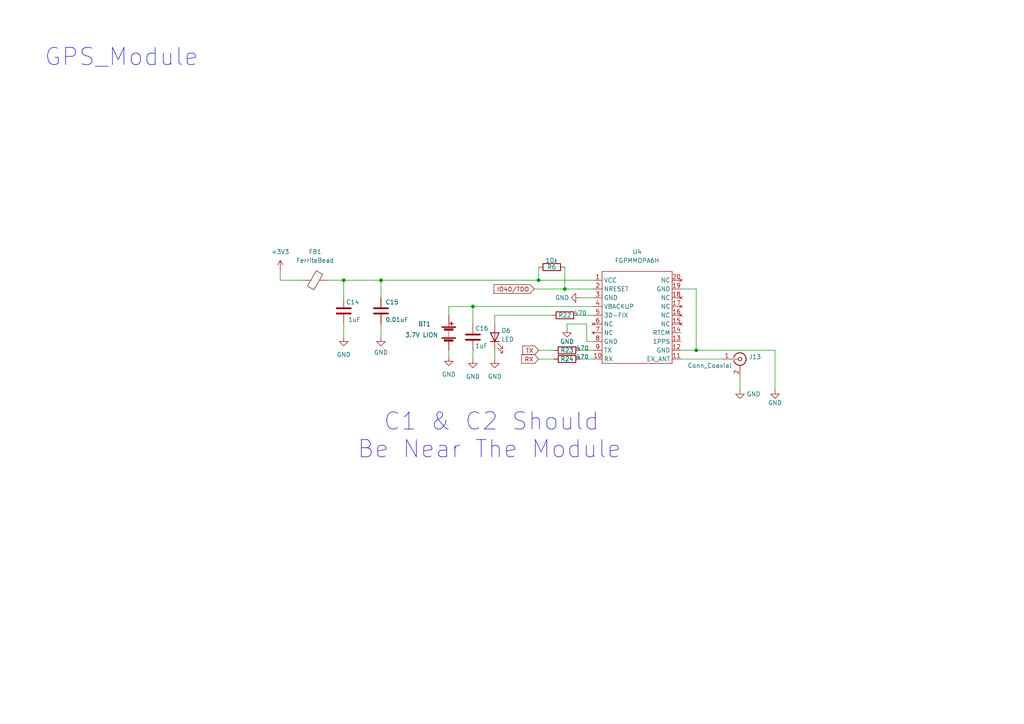
<source format=kicad_sch>
(kicad_sch (version 20230121) (generator eeschema)

  (uuid 617c98d8-420a-4382-a7ba-e4b4fbb08aa7)

  (paper "A4")

  (lib_symbols
    (symbol "Connector:Conn_Coaxial" (pin_names (offset 1.016) hide) (in_bom yes) (on_board yes)
      (property "Reference" "J" (at 0.254 3.048 0)
        (effects (font (size 1.27 1.27)))
      )
      (property "Value" "Conn_Coaxial" (at 2.921 0 90)
        (effects (font (size 1.27 1.27)))
      )
      (property "Footprint" "" (at 0 0 0)
        (effects (font (size 1.27 1.27)) hide)
      )
      (property "Datasheet" " ~" (at 0 0 0)
        (effects (font (size 1.27 1.27)) hide)
      )
      (property "ki_keywords" "BNC SMA SMB SMC LEMO coaxial connector CINCH RCA" (at 0 0 0)
        (effects (font (size 1.27 1.27)) hide)
      )
      (property "ki_description" "coaxial connector (BNC, SMA, SMB, SMC, Cinch/RCA, LEMO, ...)" (at 0 0 0)
        (effects (font (size 1.27 1.27)) hide)
      )
      (property "ki_fp_filters" "*BNC* *SMA* *SMB* *SMC* *Cinch* *LEMO*" (at 0 0 0)
        (effects (font (size 1.27 1.27)) hide)
      )
      (symbol "Conn_Coaxial_0_1"
        (arc (start -1.778 -0.508) (mid 0.222 -1.808) (end 1.778 0)
          (stroke (width 0.254) (type default))
          (fill (type none))
        )
        (polyline
          (pts
            (xy -2.54 0)
            (xy -0.508 0)
          )
          (stroke (width 0) (type default))
          (fill (type none))
        )
        (polyline
          (pts
            (xy 0 -2.54)
            (xy 0 -1.778)
          )
          (stroke (width 0) (type default))
          (fill (type none))
        )
        (circle (center 0 0) (radius 0.508)
          (stroke (width 0.2032) (type default))
          (fill (type none))
        )
        (arc (start 1.778 0) (mid 0.222 1.8083) (end -1.778 0.508)
          (stroke (width 0.254) (type default))
          (fill (type none))
        )
      )
      (symbol "Conn_Coaxial_1_1"
        (pin passive line (at -5.08 0 0) (length 2.54)
          (name "In" (effects (font (size 1.27 1.27))))
          (number "1" (effects (font (size 1.27 1.27))))
        )
        (pin passive line (at 0 -5.08 90) (length 2.54)
          (name "Ext" (effects (font (size 1.27 1.27))))
          (number "2" (effects (font (size 1.27 1.27))))
        )
      )
    )
    (symbol "Device:Battery" (pin_numbers hide) (pin_names (offset 0) hide) (in_bom yes) (on_board yes)
      (property "Reference" "BT" (at 2.54 2.54 0)
        (effects (font (size 1.27 1.27)) (justify left))
      )
      (property "Value" "Battery" (at 2.54 0 0)
        (effects (font (size 1.27 1.27)) (justify left))
      )
      (property "Footprint" "" (at 0 1.524 90)
        (effects (font (size 1.27 1.27)) hide)
      )
      (property "Datasheet" "~" (at 0 1.524 90)
        (effects (font (size 1.27 1.27)) hide)
      )
      (property "ki_keywords" "batt voltage-source cell" (at 0 0 0)
        (effects (font (size 1.27 1.27)) hide)
      )
      (property "ki_description" "Multiple-cell battery" (at 0 0 0)
        (effects (font (size 1.27 1.27)) hide)
      )
      (symbol "Battery_0_1"
        (rectangle (start -2.032 -1.397) (end 2.032 -1.651)
          (stroke (width 0) (type default))
          (fill (type outline))
        )
        (rectangle (start -2.032 1.778) (end 2.032 1.524)
          (stroke (width 0) (type default))
          (fill (type outline))
        )
        (rectangle (start -1.3208 -1.9812) (end 1.27 -2.4892)
          (stroke (width 0) (type default))
          (fill (type outline))
        )
        (rectangle (start -1.3208 1.1938) (end 1.27 0.6858)
          (stroke (width 0) (type default))
          (fill (type outline))
        )
        (polyline
          (pts
            (xy 0 -1.524)
            (xy 0 -1.27)
          )
          (stroke (width 0) (type default))
          (fill (type none))
        )
        (polyline
          (pts
            (xy 0 -1.016)
            (xy 0 -0.762)
          )
          (stroke (width 0) (type default))
          (fill (type none))
        )
        (polyline
          (pts
            (xy 0 -0.508)
            (xy 0 -0.254)
          )
          (stroke (width 0) (type default))
          (fill (type none))
        )
        (polyline
          (pts
            (xy 0 0)
            (xy 0 0.254)
          )
          (stroke (width 0) (type default))
          (fill (type none))
        )
        (polyline
          (pts
            (xy 0 0.508)
            (xy 0 0.762)
          )
          (stroke (width 0) (type default))
          (fill (type none))
        )
        (polyline
          (pts
            (xy 0 1.778)
            (xy 0 2.54)
          )
          (stroke (width 0) (type default))
          (fill (type none))
        )
        (polyline
          (pts
            (xy 0.254 2.667)
            (xy 1.27 2.667)
          )
          (stroke (width 0.254) (type default))
          (fill (type none))
        )
        (polyline
          (pts
            (xy 0.762 3.175)
            (xy 0.762 2.159)
          )
          (stroke (width 0.254) (type default))
          (fill (type none))
        )
      )
      (symbol "Battery_1_1"
        (pin passive line (at 0 5.08 270) (length 2.54)
          (name "+" (effects (font (size 1.27 1.27))))
          (number "1" (effects (font (size 1.27 1.27))))
        )
        (pin passive line (at 0 -5.08 90) (length 2.54)
          (name "-" (effects (font (size 1.27 1.27))))
          (number "2" (effects (font (size 1.27 1.27))))
        )
      )
    )
    (symbol "Device:C" (pin_numbers hide) (pin_names (offset 0.254)) (in_bom yes) (on_board yes)
      (property "Reference" "C" (at 0.635 2.54 0)
        (effects (font (size 1.27 1.27)) (justify left))
      )
      (property "Value" "C" (at 0.635 -2.54 0)
        (effects (font (size 1.27 1.27)) (justify left))
      )
      (property "Footprint" "" (at 0.9652 -3.81 0)
        (effects (font (size 1.27 1.27)) hide)
      )
      (property "Datasheet" "~" (at 0 0 0)
        (effects (font (size 1.27 1.27)) hide)
      )
      (property "ki_keywords" "cap capacitor" (at 0 0 0)
        (effects (font (size 1.27 1.27)) hide)
      )
      (property "ki_description" "Unpolarized capacitor" (at 0 0 0)
        (effects (font (size 1.27 1.27)) hide)
      )
      (property "ki_fp_filters" "C_*" (at 0 0 0)
        (effects (font (size 1.27 1.27)) hide)
      )
      (symbol "C_0_1"
        (polyline
          (pts
            (xy -2.032 -0.762)
            (xy 2.032 -0.762)
          )
          (stroke (width 0.508) (type default))
          (fill (type none))
        )
        (polyline
          (pts
            (xy -2.032 0.762)
            (xy 2.032 0.762)
          )
          (stroke (width 0.508) (type default))
          (fill (type none))
        )
      )
      (symbol "C_1_1"
        (pin passive line (at 0 3.81 270) (length 2.794)
          (name "~" (effects (font (size 1.27 1.27))))
          (number "1" (effects (font (size 1.27 1.27))))
        )
        (pin passive line (at 0 -3.81 90) (length 2.794)
          (name "~" (effects (font (size 1.27 1.27))))
          (number "2" (effects (font (size 1.27 1.27))))
        )
      )
    )
    (symbol "Device:FerriteBead" (pin_numbers hide) (pin_names (offset 0)) (in_bom yes) (on_board yes)
      (property "Reference" "FB" (at -3.81 0.635 90)
        (effects (font (size 1.27 1.27)))
      )
      (property "Value" "FerriteBead" (at 3.81 0 90)
        (effects (font (size 1.27 1.27)))
      )
      (property "Footprint" "" (at -1.778 0 90)
        (effects (font (size 1.27 1.27)) hide)
      )
      (property "Datasheet" "~" (at 0 0 0)
        (effects (font (size 1.27 1.27)) hide)
      )
      (property "ki_keywords" "L ferrite bead inductor filter" (at 0 0 0)
        (effects (font (size 1.27 1.27)) hide)
      )
      (property "ki_description" "Ferrite bead" (at 0 0 0)
        (effects (font (size 1.27 1.27)) hide)
      )
      (property "ki_fp_filters" "Inductor_* L_* *Ferrite*" (at 0 0 0)
        (effects (font (size 1.27 1.27)) hide)
      )
      (symbol "FerriteBead_0_1"
        (polyline
          (pts
            (xy 0 -1.27)
            (xy 0 -1.2192)
          )
          (stroke (width 0) (type default))
          (fill (type none))
        )
        (polyline
          (pts
            (xy 0 1.27)
            (xy 0 1.2954)
          )
          (stroke (width 0) (type default))
          (fill (type none))
        )
        (polyline
          (pts
            (xy -2.7686 0.4064)
            (xy -1.7018 2.2606)
            (xy 2.7686 -0.3048)
            (xy 1.6764 -2.159)
            (xy -2.7686 0.4064)
          )
          (stroke (width 0) (type default))
          (fill (type none))
        )
      )
      (symbol "FerriteBead_1_1"
        (pin passive line (at 0 3.81 270) (length 2.54)
          (name "~" (effects (font (size 1.27 1.27))))
          (number "1" (effects (font (size 1.27 1.27))))
        )
        (pin passive line (at 0 -3.81 90) (length 2.54)
          (name "~" (effects (font (size 1.27 1.27))))
          (number "2" (effects (font (size 1.27 1.27))))
        )
      )
    )
    (symbol "Device:LED" (pin_numbers hide) (pin_names (offset 1.016) hide) (in_bom yes) (on_board yes)
      (property "Reference" "D" (at 0 2.54 0)
        (effects (font (size 1.27 1.27)))
      )
      (property "Value" "LED" (at 0 -2.54 0)
        (effects (font (size 1.27 1.27)))
      )
      (property "Footprint" "" (at 0 0 0)
        (effects (font (size 1.27 1.27)) hide)
      )
      (property "Datasheet" "~" (at 0 0 0)
        (effects (font (size 1.27 1.27)) hide)
      )
      (property "ki_keywords" "LED diode" (at 0 0 0)
        (effects (font (size 1.27 1.27)) hide)
      )
      (property "ki_description" "Light emitting diode" (at 0 0 0)
        (effects (font (size 1.27 1.27)) hide)
      )
      (property "ki_fp_filters" "LED* LED_SMD:* LED_THT:*" (at 0 0 0)
        (effects (font (size 1.27 1.27)) hide)
      )
      (symbol "LED_0_1"
        (polyline
          (pts
            (xy -1.27 -1.27)
            (xy -1.27 1.27)
          )
          (stroke (width 0.254) (type default))
          (fill (type none))
        )
        (polyline
          (pts
            (xy -1.27 0)
            (xy 1.27 0)
          )
          (stroke (width 0) (type default))
          (fill (type none))
        )
        (polyline
          (pts
            (xy 1.27 -1.27)
            (xy 1.27 1.27)
            (xy -1.27 0)
            (xy 1.27 -1.27)
          )
          (stroke (width 0.254) (type default))
          (fill (type none))
        )
        (polyline
          (pts
            (xy -3.048 -0.762)
            (xy -4.572 -2.286)
            (xy -3.81 -2.286)
            (xy -4.572 -2.286)
            (xy -4.572 -1.524)
          )
          (stroke (width 0) (type default))
          (fill (type none))
        )
        (polyline
          (pts
            (xy -1.778 -0.762)
            (xy -3.302 -2.286)
            (xy -2.54 -2.286)
            (xy -3.302 -2.286)
            (xy -3.302 -1.524)
          )
          (stroke (width 0) (type default))
          (fill (type none))
        )
      )
      (symbol "LED_1_1"
        (pin passive line (at -3.81 0 0) (length 2.54)
          (name "K" (effects (font (size 1.27 1.27))))
          (number "1" (effects (font (size 1.27 1.27))))
        )
        (pin passive line (at 3.81 0 180) (length 2.54)
          (name "A" (effects (font (size 1.27 1.27))))
          (number "2" (effects (font (size 1.27 1.27))))
        )
      )
    )
    (symbol "Device:R" (pin_numbers hide) (pin_names (offset 0)) (in_bom yes) (on_board yes)
      (property "Reference" "R" (at 2.032 0 90)
        (effects (font (size 1.27 1.27)))
      )
      (property "Value" "R" (at 0 0 90)
        (effects (font (size 1.27 1.27)))
      )
      (property "Footprint" "" (at -1.778 0 90)
        (effects (font (size 1.27 1.27)) hide)
      )
      (property "Datasheet" "~" (at 0 0 0)
        (effects (font (size 1.27 1.27)) hide)
      )
      (property "ki_keywords" "R res resistor" (at 0 0 0)
        (effects (font (size 1.27 1.27)) hide)
      )
      (property "ki_description" "Resistor" (at 0 0 0)
        (effects (font (size 1.27 1.27)) hide)
      )
      (property "ki_fp_filters" "R_*" (at 0 0 0)
        (effects (font (size 1.27 1.27)) hide)
      )
      (symbol "R_0_1"
        (rectangle (start -1.016 -2.54) (end 1.016 2.54)
          (stroke (width 0.254) (type default))
          (fill (type none))
        )
      )
      (symbol "R_1_1"
        (pin passive line (at 0 3.81 270) (length 1.27)
          (name "~" (effects (font (size 1.27 1.27))))
          (number "1" (effects (font (size 1.27 1.27))))
        )
        (pin passive line (at 0 -3.81 90) (length 1.27)
          (name "~" (effects (font (size 1.27 1.27))))
          (number "2" (effects (font (size 1.27 1.27))))
        )
      )
    )
    (symbol "Global:FGPMMOPA6H" (in_bom yes) (on_board yes)
      (property "Reference" "U4" (at 3.81 12.065 0)
        (effects (font (size 1.27 1.27)))
      )
      (property "Value" "FGPMMOPA6H" (at 3.81 9.525 0)
        (effects (font (size 1.27 1.27)))
      )
      (property "Footprint" "Exo_Bronco_Avionics_Footprints:FGPMMOPA6H" (at 0 0 0)
        (effects (font (size 1.27 1.27)) hide)
      )
      (property "Datasheet" "" (at 0 0 0)
        (effects (font (size 1.27 1.27)) hide)
      )
      (symbol "FGPMMOPA6H_0_1"
        (rectangle (start -6.35 6.35) (end 13.97 -20.32)
          (stroke (width 0) (type default))
          (fill (type none))
        )
      )
      (symbol "FGPMMOPA6H_1_1"
        (pin input line (at -8.89 3.81 0) (length 2.54)
          (name "VCC" (effects (font (size 1.27 1.27))))
          (number "1" (effects (font (size 1.27 1.27))))
        )
        (pin input line (at -8.89 -19.05 0) (length 2.54)
          (name "RX" (effects (font (size 1.27 1.27))))
          (number "10" (effects (font (size 1.27 1.27))))
        )
        (pin input line (at 16.51 -19.05 180) (length 2.54)
          (name "EX_ANT" (effects (font (size 1.27 1.27))))
          (number "11" (effects (font (size 1.27 1.27))))
        )
        (pin input line (at 16.51 -16.51 180) (length 2.54)
          (name "GND" (effects (font (size 1.27 1.27))))
          (number "12" (effects (font (size 1.27 1.27))))
        )
        (pin input line (at 16.51 -13.97 180) (length 2.54)
          (name "1PPS" (effects (font (size 1.27 1.27))))
          (number "13" (effects (font (size 1.27 1.27))))
        )
        (pin input line (at 16.51 -11.43 180) (length 2.54)
          (name "RTCM" (effects (font (size 1.27 1.27))))
          (number "14" (effects (font (size 1.27 1.27))))
        )
        (pin no_connect line (at 16.51 -8.89 180) (length 2.54)
          (name "NC" (effects (font (size 1.27 1.27))))
          (number "15" (effects (font (size 1.27 1.27))))
        )
        (pin no_connect line (at 16.51 -6.35 180) (length 2.54)
          (name "NC" (effects (font (size 1.27 1.27))))
          (number "16" (effects (font (size 1.27 1.27))))
        )
        (pin no_connect line (at 16.51 -3.81 180) (length 2.54)
          (name "NC" (effects (font (size 1.27 1.27))))
          (number "17" (effects (font (size 1.27 1.27))))
        )
        (pin no_connect line (at 16.51 -1.27 180) (length 2.54)
          (name "NC" (effects (font (size 1.27 1.27))))
          (number "18" (effects (font (size 1.27 1.27))))
        )
        (pin input line (at 16.51 1.27 180) (length 2.54)
          (name "GND" (effects (font (size 1.27 1.27))))
          (number "19" (effects (font (size 1.27 1.27))))
        )
        (pin input line (at -8.89 1.27 0) (length 2.54)
          (name "NRESET" (effects (font (size 1.27 1.27))))
          (number "2" (effects (font (size 1.27 1.27))))
        )
        (pin no_connect line (at 16.51 3.81 180) (length 2.54)
          (name "NC" (effects (font (size 1.27 1.27))))
          (number "20" (effects (font (size 1.27 1.27))))
        )
        (pin input line (at -8.89 -1.27 0) (length 2.54)
          (name "GND" (effects (font (size 1.27 1.27))))
          (number "3" (effects (font (size 1.27 1.27))))
        )
        (pin input line (at -8.89 -3.81 0) (length 2.54)
          (name "VBACKUP" (effects (font (size 1.27 1.27))))
          (number "4" (effects (font (size 1.27 1.27))))
        )
        (pin input line (at -8.89 -6.35 0) (length 2.54)
          (name "3D-FIX" (effects (font (size 1.27 1.27))))
          (number "5" (effects (font (size 1.27 1.27))))
        )
        (pin no_connect line (at -8.89 -8.89 0) (length 2.54)
          (name "NC" (effects (font (size 1.27 1.27))))
          (number "6" (effects (font (size 1.27 1.27))))
        )
        (pin no_connect line (at -8.89 -11.43 0) (length 2.54)
          (name "NC" (effects (font (size 1.27 1.27))))
          (number "7" (effects (font (size 1.27 1.27))))
        )
        (pin input line (at -8.89 -13.97 0) (length 2.54)
          (name "GND" (effects (font (size 1.27 1.27))))
          (number "8" (effects (font (size 1.27 1.27))))
        )
        (pin input line (at -8.89 -16.51 0) (length 2.54)
          (name "TX" (effects (font (size 1.27 1.27))))
          (number "9" (effects (font (size 1.27 1.27))))
        )
      )
    )
    (symbol "power:+3V3" (power) (pin_names (offset 0)) (in_bom yes) (on_board yes)
      (property "Reference" "#PWR" (at 0 -3.81 0)
        (effects (font (size 1.27 1.27)) hide)
      )
      (property "Value" "+3V3" (at 0 3.556 0)
        (effects (font (size 1.27 1.27)))
      )
      (property "Footprint" "" (at 0 0 0)
        (effects (font (size 1.27 1.27)) hide)
      )
      (property "Datasheet" "" (at 0 0 0)
        (effects (font (size 1.27 1.27)) hide)
      )
      (property "ki_keywords" "power-flag" (at 0 0 0)
        (effects (font (size 1.27 1.27)) hide)
      )
      (property "ki_description" "Power symbol creates a global label with name \"+3V3\"" (at 0 0 0)
        (effects (font (size 1.27 1.27)) hide)
      )
      (symbol "+3V3_0_1"
        (polyline
          (pts
            (xy -0.762 1.27)
            (xy 0 2.54)
          )
          (stroke (width 0) (type default))
          (fill (type none))
        )
        (polyline
          (pts
            (xy 0 0)
            (xy 0 2.54)
          )
          (stroke (width 0) (type default))
          (fill (type none))
        )
        (polyline
          (pts
            (xy 0 2.54)
            (xy 0.762 1.27)
          )
          (stroke (width 0) (type default))
          (fill (type none))
        )
      )
      (symbol "+3V3_1_1"
        (pin power_in line (at 0 0 90) (length 0) hide
          (name "+3V3" (effects (font (size 1.27 1.27))))
          (number "1" (effects (font (size 1.27 1.27))))
        )
      )
    )
    (symbol "power:GND" (power) (pin_names (offset 0)) (in_bom yes) (on_board yes)
      (property "Reference" "#PWR" (at 0 -6.35 0)
        (effects (font (size 1.27 1.27)) hide)
      )
      (property "Value" "GND" (at 0 -3.81 0)
        (effects (font (size 1.27 1.27)))
      )
      (property "Footprint" "" (at 0 0 0)
        (effects (font (size 1.27 1.27)) hide)
      )
      (property "Datasheet" "" (at 0 0 0)
        (effects (font (size 1.27 1.27)) hide)
      )
      (property "ki_keywords" "power-flag" (at 0 0 0)
        (effects (font (size 1.27 1.27)) hide)
      )
      (property "ki_description" "Power symbol creates a global label with name \"GND\" , ground" (at 0 0 0)
        (effects (font (size 1.27 1.27)) hide)
      )
      (symbol "GND_0_1"
        (polyline
          (pts
            (xy 0 0)
            (xy 0 -1.27)
            (xy 1.27 -1.27)
            (xy 0 -2.54)
            (xy -1.27 -1.27)
            (xy 0 -1.27)
          )
          (stroke (width 0) (type default))
          (fill (type none))
        )
      )
      (symbol "GND_1_1"
        (pin power_in line (at 0 0 270) (length 0) hide
          (name "GND" (effects (font (size 1.27 1.27))))
          (number "1" (effects (font (size 1.27 1.27))))
        )
      )
    )
  )

  (junction (at 163.83 83.82) (diameter 0) (color 0 0 0 0)
    (uuid 0d7b64dd-13ff-4152-a294-14d187c21d67)
  )
  (junction (at 201.93 101.6) (diameter 0) (color 0 0 0 0)
    (uuid 45ec07fe-e92a-4be9-ab39-d16156ec3708)
  )
  (junction (at 99.695 81.28) (diameter 0) (color 0 0 0 0)
    (uuid 65e0b1e3-acb8-472c-a648-2cef1a3d372c)
  )
  (junction (at 110.49 81.28) (diameter 0) (color 0 0 0 0)
    (uuid 7a6f1ccb-c3af-40c6-81dc-75987ea74162)
  )
  (junction (at 137.16 88.9) (diameter 0) (color 0 0 0 0)
    (uuid c16d8223-5fe6-45f3-8b93-87583ca2094f)
  )
  (junction (at 156.21 81.28) (diameter 0) (color 0 0 0 0)
    (uuid d45b2871-c85e-4f45-9bb9-7ca3d574e58a)
  )

  (wire (pts (xy 168.275 101.6) (xy 172.085 101.6))
    (stroke (width 0) (type default))
    (uuid 060e554f-24fe-412d-8d83-62c8f110f837)
  )
  (wire (pts (xy 156.21 77.47) (xy 156.21 81.28))
    (stroke (width 0) (type default))
    (uuid 06b54f10-345c-4763-b92a-2a84cdc749bc)
  )
  (wire (pts (xy 201.93 83.82) (xy 201.93 101.6))
    (stroke (width 0) (type default))
    (uuid 0ecd58e1-b392-42d3-830a-4f95f4602c3c)
  )
  (wire (pts (xy 163.83 83.82) (xy 172.085 83.82))
    (stroke (width 0) (type default))
    (uuid 1ed5dbad-fba5-4f17-a572-02faa6ffa65e)
  )
  (wire (pts (xy 168.275 86.36) (xy 172.085 86.36))
    (stroke (width 0) (type default))
    (uuid 2c146d3e-96a6-4cbd-af8f-94c43c3dd861)
  )
  (wire (pts (xy 163.83 77.47) (xy 163.83 83.82))
    (stroke (width 0) (type default))
    (uuid 2dd7c9a1-7a69-482e-83d1-44aa1ac0d95f)
  )
  (wire (pts (xy 137.16 88.9) (xy 172.085 88.9))
    (stroke (width 0) (type default))
    (uuid 3746116f-f03a-43d0-84f9-c2e60000ca6d)
  )
  (wire (pts (xy 110.49 81.28) (xy 156.21 81.28))
    (stroke (width 0) (type default))
    (uuid 401b8d85-35ea-4754-aba9-3fa3d3f430e5)
  )
  (wire (pts (xy 214.63 109.22) (xy 214.63 113.03))
    (stroke (width 0) (type default))
    (uuid 4329841e-147c-40a9-b6f9-fc929d84154f)
  )
  (wire (pts (xy 172.085 99.06) (xy 170.18 99.06))
    (stroke (width 0) (type default))
    (uuid 4447713b-4b09-4ef6-a20f-5a2b8a2e2fe8)
  )
  (wire (pts (xy 167.64 91.44) (xy 172.085 91.44))
    (stroke (width 0) (type default))
    (uuid 46dce890-3c9a-4ee9-b7bc-857e7fb8322d)
  )
  (wire (pts (xy 156.21 104.14) (xy 160.655 104.14))
    (stroke (width 0) (type default))
    (uuid 4ad22ac6-c245-4538-bc14-e1b19d27b46c)
  )
  (wire (pts (xy 99.695 93.98) (xy 99.695 97.79))
    (stroke (width 0) (type default))
    (uuid 5067601f-bf70-4495-b729-78c019527d4e)
  )
  (wire (pts (xy 170.18 99.06) (xy 170.18 93.98))
    (stroke (width 0) (type default))
    (uuid 546cca88-ae0c-46e6-b451-e387789c6f3b)
  )
  (wire (pts (xy 156.21 81.28) (xy 172.085 81.28))
    (stroke (width 0) (type default))
    (uuid 5dc73bc8-735b-465f-8cab-da1e9b4ea918)
  )
  (wire (pts (xy 201.93 101.6) (xy 224.79 101.6))
    (stroke (width 0) (type default))
    (uuid 66fc935d-b6e9-41e6-9dbf-25cf53586fa7)
  )
  (wire (pts (xy 81.28 78.105) (xy 81.28 81.28))
    (stroke (width 0) (type default))
    (uuid 68dcbc5d-9c8e-45f7-a25b-9f7b242182e2)
  )
  (wire (pts (xy 164.465 93.98) (xy 164.465 95.25))
    (stroke (width 0) (type default))
    (uuid 6af6926a-3dde-48e1-ab23-bb0b20fee24b)
  )
  (wire (pts (xy 130.175 88.9) (xy 130.175 91.44))
    (stroke (width 0) (type default))
    (uuid 6c470a83-bd02-448f-a4d5-238390203f8a)
  )
  (wire (pts (xy 99.695 81.28) (xy 99.695 86.36))
    (stroke (width 0) (type default))
    (uuid 6d0a91b1-12ff-4bba-89e4-23b20b6b8550)
  )
  (wire (pts (xy 143.51 91.44) (xy 143.51 93.98))
    (stroke (width 0) (type default))
    (uuid 7014af18-5be8-4b39-a466-5c9f1707d6e7)
  )
  (wire (pts (xy 143.51 91.44) (xy 160.02 91.44))
    (stroke (width 0) (type default))
    (uuid 735d5c89-1f8e-4a8e-805a-a2872d25f4f0)
  )
  (wire (pts (xy 224.79 113.03) (xy 224.79 101.6))
    (stroke (width 0) (type default))
    (uuid 8862424e-1d95-444c-ae6a-3d1e6a442ed3)
  )
  (wire (pts (xy 143.51 101.6) (xy 143.51 104.14))
    (stroke (width 0) (type default))
    (uuid 8c63b9d7-ad11-4d33-9a5e-fd4ae37cf519)
  )
  (wire (pts (xy 197.485 83.82) (xy 201.93 83.82))
    (stroke (width 0) (type default))
    (uuid 8e2b0d0b-13af-48b7-bfff-1580d5262a78)
  )
  (wire (pts (xy 110.49 81.28) (xy 110.49 86.36))
    (stroke (width 0) (type default))
    (uuid 976e4c18-d22c-4bc6-80af-9a2cf4ee1e82)
  )
  (wire (pts (xy 137.16 88.9) (xy 137.16 93.98))
    (stroke (width 0) (type default))
    (uuid 9b7e8225-88d3-4ea5-94a1-872f683fad30)
  )
  (wire (pts (xy 95.25 81.28) (xy 99.695 81.28))
    (stroke (width 0) (type default))
    (uuid 9d2ed6c9-c722-4b24-98c5-380a10fcd718)
  )
  (wire (pts (xy 137.16 101.6) (xy 137.16 104.14))
    (stroke (width 0) (type default))
    (uuid aabbe601-899d-4db6-b546-10c42bdfe912)
  )
  (wire (pts (xy 130.175 88.9) (xy 137.16 88.9))
    (stroke (width 0) (type default))
    (uuid ab22b877-3b63-472e-8c5d-66e8c78ae369)
  )
  (wire (pts (xy 168.275 104.14) (xy 172.085 104.14))
    (stroke (width 0) (type default))
    (uuid ace2c0a9-ae12-4d6b-b529-a062021f8c92)
  )
  (wire (pts (xy 81.28 81.28) (xy 87.63 81.28))
    (stroke (width 0) (type default))
    (uuid b1b2c51b-8e22-4a6b-b93c-e860e4c75617)
  )
  (wire (pts (xy 156.21 101.6) (xy 160.655 101.6))
    (stroke (width 0) (type default))
    (uuid b26ccc3d-300c-42b0-b392-cc072f60eda3)
  )
  (wire (pts (xy 110.49 93.98) (xy 110.49 97.79))
    (stroke (width 0) (type default))
    (uuid b8b8cb60-4ba4-46f1-9420-c919f590785d)
  )
  (wire (pts (xy 154.94 83.82) (xy 163.83 83.82))
    (stroke (width 0) (type default))
    (uuid be21361b-836e-4ca3-8abb-37efeb59cde4)
  )
  (wire (pts (xy 110.49 81.28) (xy 99.695 81.28))
    (stroke (width 0) (type default))
    (uuid c391ff8b-9e42-4394-a752-ddd9bb4f3282)
  )
  (wire (pts (xy 130.175 101.6) (xy 130.175 103.505))
    (stroke (width 0) (type default))
    (uuid cbc40da4-1cc5-498a-8bc7-1409421e77d0)
  )
  (wire (pts (xy 197.485 104.14) (xy 209.55 104.14))
    (stroke (width 0) (type default))
    (uuid ccf9419c-1f58-46b4-8270-70de69210783)
  )
  (wire (pts (xy 164.465 93.98) (xy 170.18 93.98))
    (stroke (width 0) (type default))
    (uuid cd8d6ee2-52fc-406c-9b9e-4bef693c8c31)
  )
  (wire (pts (xy 197.485 101.6) (xy 201.93 101.6))
    (stroke (width 0) (type default))
    (uuid fc17ce57-987e-4a89-9d56-2d6d549d7587)
  )

  (text "  C1 & C2 Should \nBe Near The Module" (at 103.505 133.35 0)
    (effects (font (size 5 5)) (justify left bottom))
    (uuid 7365ca21-9530-4a95-81c2-81f70771eeee)
  )
  (text "GPS_Module" (at 12.7508 19.6088 0)
    (effects (font (size 5 5)) (justify left bottom))
    (uuid fcf42c33-a9b6-413e-b2bb-afa26b25d0c8)
  )

  (global_label "RX" (shape input) (at 156.21 104.14 180) (fields_autoplaced)
    (effects (font (size 1.27 1.27)) (justify right))
    (uuid 7760213f-2ac3-4bf0-92b2-ad60cdf5ee65)
    (property "Intersheetrefs" "${INTERSHEET_REFS}" (at 151.3174 104.0606 0)
      (effects (font (size 1.27 1.27)) (justify right) hide)
    )
  )
  (global_label "IO40{slash}TDO" (shape input) (at 154.94 83.82 180) (fields_autoplaced)
    (effects (font (size 1.27 1.27)) (justify right))
    (uuid a5f3ab45-cf5f-4dc5-89a5-8a78ffde806d)
    (property "Intersheetrefs" "${INTERSHEET_REFS}" (at 143.3629 83.7406 0)
      (effects (font (size 1.27 1.27)) (justify right) hide)
    )
  )
  (global_label "TX" (shape input) (at 156.21 101.6 180) (fields_autoplaced)
    (effects (font (size 1.27 1.27)) (justify right))
    (uuid d66dc262-0978-46d9-9ae7-9c40b3f27566)
    (property "Intersheetrefs" "${INTERSHEET_REFS}" (at 151.6198 101.5206 0)
      (effects (font (size 1.27 1.27)) (justify right) hide)
    )
  )

  (symbol (lib_id "Global:FGPMMOPA6H") (at 180.975 85.09 0) (unit 1)
    (in_bom yes) (on_board yes) (dnp no) (fields_autoplaced)
    (uuid 267e6f9e-eb51-431d-b2d8-8e5aab0aa8d1)
    (property "Reference" "U4" (at 184.785 73.025 0)
      (effects (font (size 1.27 1.27)))
    )
    (property "Value" "FGPMMOPA6H" (at 184.785 75.565 0)
      (effects (font (size 1.27 1.27)))
    )
    (property "Footprint" "Exo_Bronco_Avionics_Footprints:FGPMMOPA6H" (at 180.975 85.09 0)
      (effects (font (size 1.27 1.27)) hide)
    )
    (property "Datasheet" "" (at 180.975 85.09 0)
      (effects (font (size 1.27 1.27)) hide)
    )
    (pin "1" (uuid 014e92b4-6b83-41c0-b9f9-80b877d19784))
    (pin "10" (uuid b50ddbfa-b0b0-47a5-af39-293016eb9257))
    (pin "11" (uuid d2d1fa97-73f9-44d6-8272-942c99188817))
    (pin "12" (uuid c0eb2cf6-a5a9-406a-b6a2-14644caf883c))
    (pin "13" (uuid dbaf55ec-c1ef-4e78-b091-0e0788a929ca))
    (pin "14" (uuid 7af0c94e-baeb-4acc-b6dc-3a6c0d515efd))
    (pin "15" (uuid 7598de50-b444-4fcb-9071-5e0937045a5c))
    (pin "16" (uuid ba9a6cb4-9c01-4479-b75b-72448809b2c6))
    (pin "17" (uuid 0f187c9f-0cd2-43a1-a690-dfde0d9468d0))
    (pin "18" (uuid abdb2ffe-9961-4331-a1e5-5a36499c0386))
    (pin "19" (uuid 3c5096be-6aa7-4b2e-8cfd-e9e618b4b4e3))
    (pin "2" (uuid ea4c8a7f-dc64-436e-b846-a9e2bae2cc89))
    (pin "20" (uuid 834eef55-d642-4847-95c6-1508d0176581))
    (pin "3" (uuid cb4cadd2-04e0-4ea2-8e16-8997f62a2557))
    (pin "4" (uuid 8645c2f3-333a-4186-9e69-66c3125e5a83))
    (pin "5" (uuid 3b46f38d-105e-4af8-842a-b5375bf8e3a1))
    (pin "6" (uuid af601a23-a635-4714-a4b6-b9f6cdc834ce))
    (pin "7" (uuid 0b296fcb-0bf6-455d-b513-760144e722b6))
    (pin "8" (uuid 5e516895-d855-45f1-a110-003e37184de8))
    (pin "9" (uuid 53a5601a-b428-4ab9-94c3-6436f802cb24))
    (instances
      (project "AvionicsV0"
        (path "/e63e39d7-6ac0-4ffd-8aa3-1841a4541b55/d0780931-fd80-4887-ae40-469dcb55b038/1779a4fe-9c52-417c-a398-15f97b81d3f4"
          (reference "U4") (unit 1)
        )
      )
    )
  )

  (symbol (lib_id "power:GND") (at 143.51 104.14 0) (unit 1)
    (in_bom yes) (on_board yes) (dnp no) (fields_autoplaced)
    (uuid 2d2dcd1d-430d-4caa-b406-f72eac228ac1)
    (property "Reference" "#PWR0144" (at 143.51 110.49 0)
      (effects (font (size 1.27 1.27)) hide)
    )
    (property "Value" "GND" (at 143.51 109.22 0)
      (effects (font (size 1.27 1.27)))
    )
    (property "Footprint" "" (at 143.51 104.14 0)
      (effects (font (size 1.27 1.27)) hide)
    )
    (property "Datasheet" "" (at 143.51 104.14 0)
      (effects (font (size 1.27 1.27)) hide)
    )
    (pin "1" (uuid f87f894f-736a-44aa-9266-4b79cf46dbc7))
    (instances
      (project "AvionicsV0"
        (path "/e63e39d7-6ac0-4ffd-8aa3-1841a4541b55/d0780931-fd80-4887-ae40-469dcb55b038/1779a4fe-9c52-417c-a398-15f97b81d3f4"
          (reference "#PWR0144") (unit 1)
        )
      )
    )
  )

  (symbol (lib_id "Device:LED") (at 143.51 97.79 90) (unit 1)
    (in_bom yes) (on_board yes) (dnp no)
    (uuid 34019559-ba1f-426e-8663-fc17a4d38498)
    (property "Reference" "D6" (at 145.415 95.885 90)
      (effects (font (size 1.27 1.27)) (justify right))
    )
    (property "Value" "LED" (at 145.415 98.425 90)
      (effects (font (size 1.27 1.27)) (justify right))
    )
    (property "Footprint" "LED_SMD:LED_0603_1608Metric" (at 143.51 97.79 0)
      (effects (font (size 1.27 1.27)) hide)
    )
    (property "Datasheet" "~" (at 143.51 97.79 0)
      (effects (font (size 1.27 1.27)) hide)
    )
    (pin "1" (uuid a8caaabb-d344-4cc0-95cf-44656e07a68a))
    (pin "2" (uuid c5d45111-4e7f-409a-9212-63e9d4bca09a))
    (instances
      (project "AvionicsV0"
        (path "/e63e39d7-6ac0-4ffd-8aa3-1841a4541b55/d0780931-fd80-4887-ae40-469dcb55b038/1779a4fe-9c52-417c-a398-15f97b81d3f4"
          (reference "D6") (unit 1)
        )
      )
    )
  )

  (symbol (lib_id "Connector:Conn_Coaxial") (at 214.63 104.14 0) (unit 1)
    (in_bom yes) (on_board yes) (dnp no)
    (uuid 38253cd3-0910-48f0-ba38-bb0ee4745e1e)
    (property "Reference" "J13" (at 217.17 103.505 0)
      (effects (font (size 1.27 1.27)) (justify left))
    )
    (property "Value" "Conn_Coaxial" (at 199.39 106.045 0)
      (effects (font (size 1.27 1.27)) (justify left))
    )
    (property "Footprint" "Connector_Coaxial:SMA_Amphenol_901-144_Vertical" (at 214.63 104.14 0)
      (effects (font (size 1.27 1.27)) hide)
    )
    (property "Datasheet" " ~" (at 214.63 104.14 0)
      (effects (font (size 1.27 1.27)) hide)
    )
    (pin "1" (uuid d164ae35-650a-411b-909e-d998ad72eeae))
    (pin "2" (uuid 7f42a419-31c7-4c44-91cc-7b25c3d027a5))
    (instances
      (project "AvionicsV0"
        (path "/e63e39d7-6ac0-4ffd-8aa3-1841a4541b55/d0780931-fd80-4887-ae40-469dcb55b038/1779a4fe-9c52-417c-a398-15f97b81d3f4"
          (reference "J13") (unit 1)
        )
      )
    )
  )

  (symbol (lib_id "Device:R") (at 163.83 91.44 90) (unit 1)
    (in_bom yes) (on_board yes) (dnp no)
    (uuid 44cd0932-0392-4a2d-be7c-0576ef519c62)
    (property "Reference" "R22" (at 163.83 91.44 90)
      (effects (font (size 1.27 1.27)))
    )
    (property "Value" "470" (at 168.275 90.805 90)
      (effects (font (size 1.27 1.27)))
    )
    (property "Footprint" "Resistor_SMD:R_0603_1608Metric" (at 163.83 93.218 90)
      (effects (font (size 1.27 1.27)) hide)
    )
    (property "Datasheet" "~" (at 163.83 91.44 0)
      (effects (font (size 1.27 1.27)) hide)
    )
    (pin "1" (uuid 6c55bcf6-2259-4a4f-a5bf-769288bdf7c3))
    (pin "2" (uuid 19bd7e2b-d377-4e33-938d-7a35260adcb3))
    (instances
      (project "AvionicsV0"
        (path "/e63e39d7-6ac0-4ffd-8aa3-1841a4541b55/d0780931-fd80-4887-ae40-469dcb55b038/1779a4fe-9c52-417c-a398-15f97b81d3f4"
          (reference "R22") (unit 1)
        )
      )
    )
  )

  (symbol (lib_id "power:GND") (at 214.63 113.03 0) (unit 1)
    (in_bom yes) (on_board yes) (dnp no) (fields_autoplaced)
    (uuid 45dd3587-bb00-4de5-bcaf-fc0d9a0b5b9d)
    (property "Reference" "#PWR0160" (at 214.63 119.38 0)
      (effects (font (size 1.27 1.27)) hide)
    )
    (property "Value" "GND" (at 216.535 114.2999 0)
      (effects (font (size 1.27 1.27)) (justify left))
    )
    (property "Footprint" "" (at 214.63 113.03 0)
      (effects (font (size 1.27 1.27)) hide)
    )
    (property "Datasheet" "" (at 214.63 113.03 0)
      (effects (font (size 1.27 1.27)) hide)
    )
    (pin "1" (uuid ec06a233-ceac-45ee-8b1f-19af93041044))
    (instances
      (project "AvionicsV0"
        (path "/e63e39d7-6ac0-4ffd-8aa3-1841a4541b55/d0780931-fd80-4887-ae40-469dcb55b038/1779a4fe-9c52-417c-a398-15f97b81d3f4"
          (reference "#PWR0160") (unit 1)
        )
      )
    )
  )

  (symbol (lib_id "power:GND") (at 164.465 95.25 0) (unit 1)
    (in_bom yes) (on_board yes) (dnp no)
    (uuid 597c7435-e2ff-4553-b80e-df55ed0137a1)
    (property "Reference" "#PWR0148" (at 164.465 101.6 0)
      (effects (font (size 1.27 1.27)) hide)
    )
    (property "Value" "GND" (at 164.465 99.06 0)
      (effects (font (size 1.27 1.27)))
    )
    (property "Footprint" "" (at 164.465 95.25 0)
      (effects (font (size 1.27 1.27)) hide)
    )
    (property "Datasheet" "" (at 164.465 95.25 0)
      (effects (font (size 1.27 1.27)) hide)
    )
    (pin "1" (uuid 662e6382-9ceb-4dc0-bc94-e8c0a012bf30))
    (instances
      (project "AvionicsV0"
        (path "/e63e39d7-6ac0-4ffd-8aa3-1841a4541b55/d0780931-fd80-4887-ae40-469dcb55b038/1779a4fe-9c52-417c-a398-15f97b81d3f4"
          (reference "#PWR0148") (unit 1)
        )
      )
    )
  )

  (symbol (lib_id "power:GND") (at 224.79 113.03 0) (unit 1)
    (in_bom yes) (on_board yes) (dnp no)
    (uuid 60b3557f-4f42-4e4e-8c4e-dcbfebbe506f)
    (property "Reference" "#PWR0149" (at 224.79 119.38 0)
      (effects (font (size 1.27 1.27)) hide)
    )
    (property "Value" "GND" (at 224.79 116.84 0)
      (effects (font (size 1.27 1.27)))
    )
    (property "Footprint" "" (at 224.79 113.03 0)
      (effects (font (size 1.27 1.27)) hide)
    )
    (property "Datasheet" "" (at 224.79 113.03 0)
      (effects (font (size 1.27 1.27)) hide)
    )
    (pin "1" (uuid af622e3a-c0c9-4588-9f33-e4a96c4453da))
    (instances
      (project "AvionicsV0"
        (path "/e63e39d7-6ac0-4ffd-8aa3-1841a4541b55/d0780931-fd80-4887-ae40-469dcb55b038/1779a4fe-9c52-417c-a398-15f97b81d3f4"
          (reference "#PWR0149") (unit 1)
        )
      )
    )
  )

  (symbol (lib_id "power:GND") (at 137.16 104.14 0) (unit 1)
    (in_bom yes) (on_board yes) (dnp no) (fields_autoplaced)
    (uuid 61c61c4c-5882-43ba-acb9-ab5a922dfe0d)
    (property "Reference" "#PWR0145" (at 137.16 110.49 0)
      (effects (font (size 1.27 1.27)) hide)
    )
    (property "Value" "GND" (at 137.16 109.22 0)
      (effects (font (size 1.27 1.27)))
    )
    (property "Footprint" "" (at 137.16 104.14 0)
      (effects (font (size 1.27 1.27)) hide)
    )
    (property "Datasheet" "" (at 137.16 104.14 0)
      (effects (font (size 1.27 1.27)) hide)
    )
    (pin "1" (uuid 628a287c-1fbb-4109-8f89-402ca669e6c1))
    (instances
      (project "AvionicsV0"
        (path "/e63e39d7-6ac0-4ffd-8aa3-1841a4541b55/d0780931-fd80-4887-ae40-469dcb55b038/1779a4fe-9c52-417c-a398-15f97b81d3f4"
          (reference "#PWR0145") (unit 1)
        )
      )
    )
  )

  (symbol (lib_id "Device:Battery") (at 130.175 96.52 0) (unit 1)
    (in_bom yes) (on_board yes) (dnp no)
    (uuid 6f6c19e5-521d-4bef-8f77-f93a0a63137c)
    (property "Reference" "BT1" (at 121.285 93.98 0)
      (effects (font (size 1.27 1.27)) (justify left))
    )
    (property "Value" "3.7V LION" (at 117.475 97.155 0)
      (effects (font (size 1.27 1.27)) (justify left))
    )
    (property "Footprint" "Battery:BatteryHolder_Keystone_3000_1x12mm" (at 130.175 94.996 90)
      (effects (font (size 1.27 1.27)) hide)
    )
    (property "Datasheet" "~" (at 130.175 94.996 90)
      (effects (font (size 1.27 1.27)) hide)
    )
    (pin "1" (uuid 8bb0650d-8725-4373-a696-091c3071410b))
    (pin "2" (uuid f033be6b-1c69-4cfe-8427-c021ef48e8fa))
    (instances
      (project "AvionicsV0"
        (path "/e63e39d7-6ac0-4ffd-8aa3-1841a4541b55/d0780931-fd80-4887-ae40-469dcb55b038/1779a4fe-9c52-417c-a398-15f97b81d3f4"
          (reference "BT1") (unit 1)
        )
      )
    )
  )

  (symbol (lib_id "power:GND") (at 99.695 97.79 0) (unit 1)
    (in_bom yes) (on_board yes) (dnp no) (fields_autoplaced)
    (uuid 70f9597d-0de8-4342-b113-8d742e603a45)
    (property "Reference" "#PWR0141" (at 99.695 104.14 0)
      (effects (font (size 1.27 1.27)) hide)
    )
    (property "Value" "GND" (at 99.695 102.87 0)
      (effects (font (size 1.27 1.27)))
    )
    (property "Footprint" "" (at 99.695 97.79 0)
      (effects (font (size 1.27 1.27)) hide)
    )
    (property "Datasheet" "" (at 99.695 97.79 0)
      (effects (font (size 1.27 1.27)) hide)
    )
    (pin "1" (uuid 1c761181-5481-4d8b-a017-a0f66f5c37b7))
    (instances
      (project "AvionicsV0"
        (path "/e63e39d7-6ac0-4ffd-8aa3-1841a4541b55/d0780931-fd80-4887-ae40-469dcb55b038/1779a4fe-9c52-417c-a398-15f97b81d3f4"
          (reference "#PWR0141") (unit 1)
        )
      )
    )
  )

  (symbol (lib_id "Device:C") (at 110.49 90.17 0) (unit 1)
    (in_bom yes) (on_board yes) (dnp no)
    (uuid 81c398f8-849d-436e-a930-08e74b76d6f2)
    (property "Reference" "C15" (at 111.76 87.63 0)
      (effects (font (size 1.27 1.27)) (justify left))
    )
    (property "Value" "0.01uF" (at 111.76 92.71 0)
      (effects (font (size 1.27 1.27)) (justify left))
    )
    (property "Footprint" "Capacitor_SMD:C_0603_1608Metric" (at 111.4552 93.98 0)
      (effects (font (size 1.27 1.27)) hide)
    )
    (property "Datasheet" "~" (at 110.49 90.17 0)
      (effects (font (size 1.27 1.27)) hide)
    )
    (pin "1" (uuid e1071865-9f4b-4eba-aeae-edb3f4f0bb3b))
    (pin "2" (uuid 60f0c2c6-da17-4bc8-9184-8935ec0e65af))
    (instances
      (project "AvionicsV0"
        (path "/e63e39d7-6ac0-4ffd-8aa3-1841a4541b55/d0780931-fd80-4887-ae40-469dcb55b038/1779a4fe-9c52-417c-a398-15f97b81d3f4"
          (reference "C15") (unit 1)
        )
      )
    )
  )

  (symbol (lib_id "Device:C") (at 99.695 90.17 0) (unit 1)
    (in_bom yes) (on_board yes) (dnp no)
    (uuid a3c21d62-592f-4ee3-8d27-df75696b9f27)
    (property "Reference" "C14" (at 100.33 87.63 0)
      (effects (font (size 1.27 1.27)) (justify left))
    )
    (property "Value" "1uF" (at 100.965 92.71 0)
      (effects (font (size 1.27 1.27)) (justify left))
    )
    (property "Footprint" "Capacitor_SMD:C_0603_1608Metric" (at 100.6602 93.98 0)
      (effects (font (size 1.27 1.27)) hide)
    )
    (property "Datasheet" "~" (at 99.695 90.17 0)
      (effects (font (size 1.27 1.27)) hide)
    )
    (pin "1" (uuid 2222d960-1062-42e7-be3d-5eab562ceae4))
    (pin "2" (uuid 5233366a-4b8d-4098-83b8-fc91e7064e7d))
    (instances
      (project "AvionicsV0"
        (path "/e63e39d7-6ac0-4ffd-8aa3-1841a4541b55/d0780931-fd80-4887-ae40-469dcb55b038/1779a4fe-9c52-417c-a398-15f97b81d3f4"
          (reference "C14") (unit 1)
        )
      )
    )
  )

  (symbol (lib_id "Device:C") (at 137.16 97.79 0) (unit 1)
    (in_bom yes) (on_board yes) (dnp no)
    (uuid a6b1f4d2-8ddd-4850-af1e-bd95d0af11fe)
    (property "Reference" "C16" (at 137.795 95.25 0)
      (effects (font (size 1.27 1.27)) (justify left))
    )
    (property "Value" "1uF" (at 137.795 100.33 0)
      (effects (font (size 1.27 1.27)) (justify left))
    )
    (property "Footprint" "Capacitor_SMD:C_0603_1608Metric" (at 138.1252 101.6 0)
      (effects (font (size 1.27 1.27)) hide)
    )
    (property "Datasheet" "~" (at 137.16 97.79 0)
      (effects (font (size 1.27 1.27)) hide)
    )
    (pin "1" (uuid 37a4df59-abf4-45d2-a64e-f0ac002a99c8))
    (pin "2" (uuid e1631cdf-19e0-4997-82d9-38ce2cb02632))
    (instances
      (project "AvionicsV0"
        (path "/e63e39d7-6ac0-4ffd-8aa3-1841a4541b55/d0780931-fd80-4887-ae40-469dcb55b038/1779a4fe-9c52-417c-a398-15f97b81d3f4"
          (reference "C16") (unit 1)
        )
      )
    )
  )

  (symbol (lib_id "Device:FerriteBead") (at 91.44 81.28 90) (unit 1)
    (in_bom yes) (on_board yes) (dnp no) (fields_autoplaced)
    (uuid b69e83a1-b5cf-4238-bdba-c79119709eb4)
    (property "Reference" "FB1" (at 91.3892 73.025 90)
      (effects (font (size 1.27 1.27)))
    )
    (property "Value" "FerriteBead" (at 91.3892 75.565 90)
      (effects (font (size 1.27 1.27)))
    )
    (property "Footprint" "Inductor_SMD:L_0603_1608Metric" (at 91.44 83.058 90)
      (effects (font (size 1.27 1.27)) hide)
    )
    (property "Datasheet" "~" (at 91.44 81.28 0)
      (effects (font (size 1.27 1.27)) hide)
    )
    (pin "1" (uuid a6f8e8c2-a08b-471f-ae68-4abeb025d351))
    (pin "2" (uuid f3dae99e-7883-434b-b15e-81db56fc9ee9))
    (instances
      (project "AvionicsV0"
        (path "/e63e39d7-6ac0-4ffd-8aa3-1841a4541b55/d0780931-fd80-4887-ae40-469dcb55b038/1779a4fe-9c52-417c-a398-15f97b81d3f4"
          (reference "FB1") (unit 1)
        )
      )
    )
  )

  (symbol (lib_id "power:+3V3") (at 81.28 78.105 0) (unit 1)
    (in_bom yes) (on_board yes) (dnp no) (fields_autoplaced)
    (uuid c51a613f-7003-45c9-bbf0-a7792cbc5063)
    (property "Reference" "#PWR0143" (at 81.28 81.915 0)
      (effects (font (size 1.27 1.27)) hide)
    )
    (property "Value" "+3V3" (at 81.28 73.025 0)
      (effects (font (size 1.27 1.27)))
    )
    (property "Footprint" "" (at 81.28 78.105 0)
      (effects (font (size 1.27 1.27)) hide)
    )
    (property "Datasheet" "" (at 81.28 78.105 0)
      (effects (font (size 1.27 1.27)) hide)
    )
    (pin "1" (uuid 34ca9a87-b51f-493f-8ce8-2e79b0488d07))
    (instances
      (project "AvionicsV0"
        (path "/e63e39d7-6ac0-4ffd-8aa3-1841a4541b55/d0780931-fd80-4887-ae40-469dcb55b038/1779a4fe-9c52-417c-a398-15f97b81d3f4"
          (reference "#PWR0143") (unit 1)
        )
      )
    )
  )

  (symbol (lib_id "power:GND") (at 130.175 103.505 0) (unit 1)
    (in_bom yes) (on_board yes) (dnp no) (fields_autoplaced)
    (uuid d12c9523-260c-4641-a608-4fec7a63e1cb)
    (property "Reference" "#PWR0146" (at 130.175 109.855 0)
      (effects (font (size 1.27 1.27)) hide)
    )
    (property "Value" "GND" (at 130.175 108.585 0)
      (effects (font (size 1.27 1.27)))
    )
    (property "Footprint" "" (at 130.175 103.505 0)
      (effects (font (size 1.27 1.27)) hide)
    )
    (property "Datasheet" "" (at 130.175 103.505 0)
      (effects (font (size 1.27 1.27)) hide)
    )
    (pin "1" (uuid 4ac14c3c-eaf2-4539-bf50-41c88cb62a4b))
    (instances
      (project "AvionicsV0"
        (path "/e63e39d7-6ac0-4ffd-8aa3-1841a4541b55/d0780931-fd80-4887-ae40-469dcb55b038/1779a4fe-9c52-417c-a398-15f97b81d3f4"
          (reference "#PWR0146") (unit 1)
        )
      )
    )
  )

  (symbol (lib_id "Device:R") (at 164.465 104.14 90) (unit 1)
    (in_bom yes) (on_board yes) (dnp no)
    (uuid de812dad-6a70-4c39-9c82-5779b3fb38c1)
    (property "Reference" "R24" (at 164.465 104.14 90)
      (effects (font (size 1.27 1.27)))
    )
    (property "Value" "470" (at 168.91 103.505 90)
      (effects (font (size 1.27 1.27)))
    )
    (property "Footprint" "Resistor_SMD:R_0603_1608Metric" (at 164.465 105.918 90)
      (effects (font (size 1.27 1.27)) hide)
    )
    (property "Datasheet" "~" (at 164.465 104.14 0)
      (effects (font (size 1.27 1.27)) hide)
    )
    (pin "1" (uuid 7e450e6b-b53f-42d1-803c-2fbec9e9bf22))
    (pin "2" (uuid 7e51addc-1aa7-461d-8900-7978e6a0a4a5))
    (instances
      (project "AvionicsV0"
        (path "/e63e39d7-6ac0-4ffd-8aa3-1841a4541b55/d0780931-fd80-4887-ae40-469dcb55b038/1779a4fe-9c52-417c-a398-15f97b81d3f4"
          (reference "R24") (unit 1)
        )
      )
    )
  )

  (symbol (lib_id "Device:R") (at 160.02 77.47 270) (unit 1)
    (in_bom yes) (on_board yes) (dnp no)
    (uuid e594f9c9-4405-4b01-8709-604267150d8d)
    (property "Reference" "R6" (at 160.02 77.47 90)
      (effects (font (size 1.27 1.27)))
    )
    (property "Value" "10k" (at 160.02 75.565 90)
      (effects (font (size 1.27 1.27)))
    )
    (property "Footprint" "Resistor_SMD:R_0603_1608Metric" (at 160.02 75.692 90)
      (effects (font (size 1.27 1.27)) hide)
    )
    (property "Datasheet" "~" (at 160.02 77.47 0)
      (effects (font (size 1.27 1.27)) hide)
    )
    (pin "1" (uuid aeeb4bdf-6183-41c7-ad86-233b21c90fac))
    (pin "2" (uuid 68ee8b7e-55c3-4d58-868b-b1145e00b0aa))
    (instances
      (project "AvionicsV0"
        (path "/e63e39d7-6ac0-4ffd-8aa3-1841a4541b55/d0780931-fd80-4887-ae40-469dcb55b038/1779a4fe-9c52-417c-a398-15f97b81d3f4"
          (reference "R6") (unit 1)
        )
      )
    )
  )

  (symbol (lib_id "power:GND") (at 110.49 97.79 0) (unit 1)
    (in_bom yes) (on_board yes) (dnp no) (fields_autoplaced)
    (uuid e734514e-27b6-4b4b-9552-522017362a2e)
    (property "Reference" "#PWR0142" (at 110.49 104.14 0)
      (effects (font (size 1.27 1.27)) hide)
    )
    (property "Value" "GND" (at 110.49 102.235 0)
      (effects (font (size 1.27 1.27)))
    )
    (property "Footprint" "" (at 110.49 97.79 0)
      (effects (font (size 1.27 1.27)) hide)
    )
    (property "Datasheet" "" (at 110.49 97.79 0)
      (effects (font (size 1.27 1.27)) hide)
    )
    (pin "1" (uuid 4b08d69b-0f93-445b-9cbf-cd67339c74a5))
    (instances
      (project "AvionicsV0"
        (path "/e63e39d7-6ac0-4ffd-8aa3-1841a4541b55/d0780931-fd80-4887-ae40-469dcb55b038/1779a4fe-9c52-417c-a398-15f97b81d3f4"
          (reference "#PWR0142") (unit 1)
        )
      )
    )
  )

  (symbol (lib_id "power:GND") (at 168.275 86.36 270) (unit 1)
    (in_bom yes) (on_board yes) (dnp no) (fields_autoplaced)
    (uuid f15129e1-0335-4c33-97d6-b8c3651d18d6)
    (property "Reference" "#PWR0147" (at 161.925 86.36 0)
      (effects (font (size 1.27 1.27)) hide)
    )
    (property "Value" "GND" (at 165.1 86.3599 90)
      (effects (font (size 1.27 1.27)) (justify right))
    )
    (property "Footprint" "" (at 168.275 86.36 0)
      (effects (font (size 1.27 1.27)) hide)
    )
    (property "Datasheet" "" (at 168.275 86.36 0)
      (effects (font (size 1.27 1.27)) hide)
    )
    (pin "1" (uuid c2178b57-d5b0-4857-a7c9-7635a7675c04))
    (instances
      (project "AvionicsV0"
        (path "/e63e39d7-6ac0-4ffd-8aa3-1841a4541b55/d0780931-fd80-4887-ae40-469dcb55b038/1779a4fe-9c52-417c-a398-15f97b81d3f4"
          (reference "#PWR0147") (unit 1)
        )
      )
    )
  )

  (symbol (lib_id "Device:R") (at 164.465 101.6 90) (unit 1)
    (in_bom yes) (on_board yes) (dnp no)
    (uuid f90aca95-332f-4817-b138-c81d322a7929)
    (property "Reference" "R23" (at 164.465 101.6 90)
      (effects (font (size 1.27 1.27)))
    )
    (property "Value" "470" (at 168.91 100.965 90)
      (effects (font (size 1.27 1.27)))
    )
    (property "Footprint" "Resistor_SMD:R_0603_1608Metric" (at 164.465 103.378 90)
      (effects (font (size 1.27 1.27)) hide)
    )
    (property "Datasheet" "~" (at 164.465 101.6 0)
      (effects (font (size 1.27 1.27)) hide)
    )
    (pin "1" (uuid 1715e131-0c85-4ba5-9a4b-8d10beec2a62))
    (pin "2" (uuid 498b3cf7-b734-427e-9a63-4ac7feef45d2))
    (instances
      (project "AvionicsV0"
        (path "/e63e39d7-6ac0-4ffd-8aa3-1841a4541b55/d0780931-fd80-4887-ae40-469dcb55b038/1779a4fe-9c52-417c-a398-15f97b81d3f4"
          (reference "R23") (unit 1)
        )
      )
    )
  )
)

</source>
